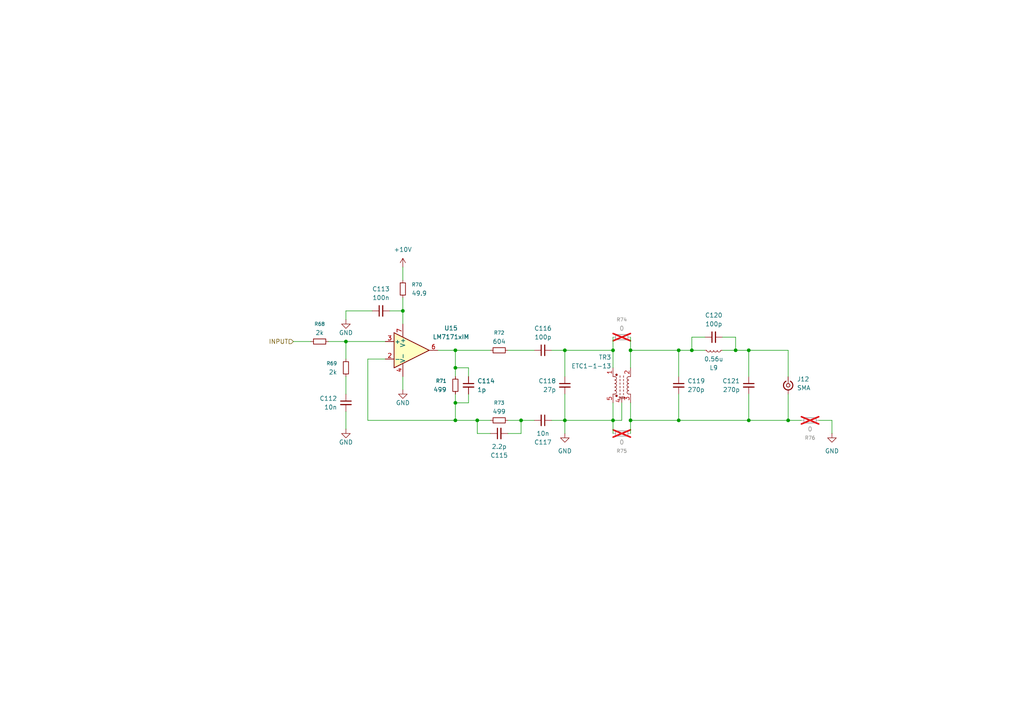
<source format=kicad_sch>
(kicad_sch (version 20250114) (generator "eeschema") (generator_version "9.0")
  (paper "A4")
  (lib_symbols
    (symbol "Amplifier_Operational:LM7171xIM" (pin_names (offset 0.127))
      (property "Reference" "U" (at 0 6.35 0))
      (property "Value" "LM7171xIM" (at 0 3.81 0))
      (symbol "LM7171xIM_1_1"
        (polyline (pts (xy -5.08 5.08) (xy 5.08 0) (xy -5.08 -5.08) (xy -5.08 5.08)) (stroke (width 0.254)) (fill (type background)))
        (pin input line (at -7.62 2.54 0) (length 2.54) (name "+") (number "3"))
        (pin input line (at -7.62 -2.54 0) (length 2.54) (name "-") (number "2"))
        (pin power_in line (at -2.54 7.62 270) (length 3.81) (name "V+") (number "7"))
        (pin power_in line (at -2.54 -7.62 90) (length 3.81) (name "V-") (number "4"))
        (pin no_connect line (at 0 2.54 270) (length 5.08) (hide yes) (name "NC") (number "1"))
        (pin no_connect line (at 0 -2.54 90) (length 5.08) (hide yes) (name "NC") (number "5"))
        (pin no_connect line (at 2.54 -1.27 90) (length 6.35) (hide yes) (name "NC") (number "8"))
        (pin output line (at 7.62 0 180) (length 2.54) (name "~") (number "6"))
      )
    )
    (symbol "Connector:Conn_Coaxial_Small" (pin_numbers (hide yes)) (pin_names (offset 1.016) (hide yes))
      (property "Reference" "J" (at 0.254 3.048 0))
      (property "Value" "Conn_Coaxial_Small" (at 0 -3.81 0))
      (symbol "Conn_Coaxial_Small_0_1"
        (polyline (pts (xy -2.54 0) (xy -0.508 0)))
        (circle (center 0 0) (radius 0.508) (stroke (width 0.2032)))
      )
      (symbol "Conn_Coaxial_Small_1_1"
        (arc (start 1.3484 0.0039) (mid 0.327 -1.308) (end -1.1916 -0.6311) (stroke (width 0.3048)))
        (arc (start -1.1916 0.6311) (mid 0.327 1.3081) (end 1.3484 -0.0039) (stroke (width 0.3048)))
        (pin passive line (at -2.54 0 0) (length 1.27) (name "In") (number "1"))
        (pin passive line (at 2.54 0 180) (length 1.27) (name "Ext") (number "2"))
      )
    )
    (symbol "Device:C_Small" (pin_numbers (hide yes)) (pin_names (offset 0.254) (hide yes))
      (property "Reference" "C" (at 0.254 1.778 0))
      (property "Value" "C_Small" (at 0.254 -2.032 0))
      (symbol "C_Small_0_1"
        (polyline (pts (xy -1.524 0.508) (xy 1.524 0.508)) (stroke (width 0.3048)))
        (polyline (pts (xy -1.524 -0.508) (xy 1.524 -0.508)) (stroke (width 0.3302)))
      )
      (symbol "C_Small_1_1"
        (pin passive line (at 0 2.54 270) (length 2.032) (name "~") (number "1"))
        (pin passive line (at 0 -2.54 90) (length 2.032) (name "~") (number "2"))
      )
    )
    (symbol "Device:L_Small" (pin_numbers (hide yes)) (pin_names (offset 0.254) (hide yes))
      (property "Reference" "L" (at 0.762 1.016 0))
      (property "Value" "L_Small" (at 0.762 -1.016 0))
      (symbol "L_Small_0_1"
        (arc (start 0 2.032) (mid 0.5058 1.524) (end 0 1.016))
        (arc (start 0 1.016) (mid 0.5058 0.508) (end 0 0))
        (arc (start 0 0) (mid 0.5058 -0.508) (end 0 -1.016))
        (arc (start 0 -1.016) (mid 0.5058 -1.524) (end 0 -2.032))
      )
      (symbol "L_Small_1_1"
        (pin passive line (at 0 2.54 270) (length 0.508) (name "~") (number "1"))
        (pin passive line (at 0 -2.54 90) (length 0.508) (name "~") (number "2"))
      )
    )
    (symbol "Device:R_Small" (pin_numbers (hide yes)) (pin_names (offset 0.254) (hide yes))
      (property "Reference" "R" (at 0 0 90))
      (property "Value" "R_Small" (at 1.778 0 90))
      (symbol "R_Small_0_1"
        (rectangle (start -0.762 1.778) (end 0.762 -1.778) (stroke (width 0.2032)))
      )
      (symbol "R_Small_1_1"
        (pin passive line (at 0 2.54 270) (length 0.762) (name "~") (number "1"))
        (pin passive line (at 0 -2.54 90) (length 0.762) (name "~") (number "2"))
      )
    )
    (symbol "Transformer:ETC1-1-13" (pin_names (hide yes))
      (property "Reference" "TR" (at 0 3.81 0))
      (property "Value" "ETC1-1-13" (at 0 -3.81 0))
      (symbol "ETC1-1-13_0_0"
        (polyline (pts (xy 3.81 0.762) (xy 3.81 -0.762)))
        (text "Mounting" (at 3.429 0 900) (effects (font (size 0.254 0.254) (bold yes))))
      )
      (symbol "ETC1-1-13_1_1"
        (circle (center -3.048 1.524) (radius 0.254) (fill (type outline)))
        (polyline (pts (xy -2.794 0.508) (xy -2.286 0.508)))
        (polyline (pts (xy -2.794 -0.508) (xy -2.286 -0.508)))
        (polyline (pts (xy -2.54 2.032) (xy -2.54 2.54)))
        (polyline (pts (xy -2.54 -2.032) (xy -2.54 -2.54)))
        (arc (start -1.524 2.032) (mid -2.032 1.5262) (end -2.54 2.032))
        (arc (start -2.54 -2.032) (mid -2.032 -1.5262) (end -1.524 -2.032))
        (polyline (pts (xy -1.778 0.508) (xy -1.27 0.508)))
        (polyline (pts (xy -1.778 -0.508) (xy -1.27 -0.508)))
        (arc (start -0.508 2.032) (mid -1.016 1.5262) (end -1.524 2.032))
        (arc (start -1.524 -2.032) (mid -1.016 -1.5262) (end -0.508 -2.032))
        (polyline (pts (xy -0.762 0.508) (xy -0.254 0.508)))
        (polyline (pts (xy -0.762 -0.508) (xy -0.254 -0.508)))
        (arc (start 0.508 2.032) (mid 0 1.5262) (end -0.508 2.032))
        (arc (start -0.508 -2.032) (mid 0 -1.5262) (end 0.508 -2.032))
        (polyline (pts (xy 0.254 0.508) (xy 0.762 0.508)))
        (polyline (pts (xy 0.254 -0.508) (xy 0.762 -0.508)))
        (arc (start 1.524 2.032) (mid 1.016 1.5262) (end 0.508 2.032))
        (arc (start 0.508 -2.032) (mid 1.016 -1.5262) (end 1.524 -2.032))
        (polyline (pts (xy 1.27 0.508) (xy 1.778 0.508)))
        (polyline (pts (xy 1.27 -0.508) (xy 1.778 -0.508)))
        (arc (start 2.54 2.032) (mid 2.032 1.5262) (end 1.524 2.032))
        (arc (start 1.524 -2.032) (mid 2.032 -1.5262) (end 2.54 -2.032))
        (polyline (pts (xy 2.286 0.508) (xy 2.794 0.508)))
        (polyline (pts (xy 2.286 -0.508) (xy 2.794 -0.508)))
        (polyline (pts (xy 2.54 2.54) (xy 2.54 2.032)))
        (polyline (pts (xy 2.54 -2.032) (xy 2.54 -2.54)))
        (circle (center 3.048 1.524) (radius 0.254) (fill (type outline)))
        (pin passive line (at -5.08 2.54 0) (length 2.54) (name "~") (number "1"))
        (pin passive line (at -5.08 -2.54 0) (length 2.54) (name "~") (number "2"))
        (pin passive line (at 5.08 2.54 180) (length 2.54) (name "~") (number "5"))
        (pin passive line (at 5.08 0 180) (length 1.27) (name "MP") (number "4"))
        (pin passive line (at 5.08 -2.54 180) (length 2.54) (name "~") (number "3"))
      )
    )
    (symbol "power:+10V" (power) (pin_numbers (hide yes)) (pin_names (offset 0) (hide yes))
      (property "Value" "+10V" (at 0 3.556 0))
      (symbol "+10V_0_1"
        (polyline (pts (xy -0.762 1.27) (xy 0 2.54)))
        (polyline (pts (xy 0 2.54) (xy 0.762 1.27)))
        (polyline (pts (xy 0 0) (xy 0 2.54)))
      )
      (symbol "+10V_1_1"
        (pin power_in line (at 0 0 90) (length 0) (name "~") (number "1"))
      )
    )
    (symbol "power:GND" (power) (pin_numbers (hide yes)) (pin_names (offset 0) (hide yes))
      (property "Value" "GND" (at 0 -3.81 0))
      (symbol "GND_0_1"
        (polyline (pts (xy 0 0) (xy 0 -1.27) (xy 1.27 -1.27) (xy 0 -2.54) (xy -1.27 -1.27) (xy 0 -1.27)))
      )
      (symbol "GND_1_1"
        (pin power_in line (at 0 0 270) (length 0) (name "~") (number "1"))
      )
    )
  )
  (junction (at 217.17 101.6))
  (junction (at 100.33 99.06))
  (junction (at 138.43 121.92))
  (junction (at 132.08 121.92))
  (junction (at 182.88 121.92))
  (junction (at 217.17 121.92))
  (junction (at 132.08 106.68))
  (junction (at 132.08 101.6))
  (junction (at 200.66 101.6))
  (junction (at 163.83 121.92))
  (junction (at 177.8 121.92))
  (junction (at 228.6 121.92))
  (junction (at 151.13 121.92))
  (junction (at 177.8 101.6))
  (junction (at 196.85 121.92))
  (junction (at 163.83 101.6))
  (junction (at 132.08 116.84))
  (junction (at 213.36 101.6))
  (junction (at 196.85 101.6))
  (junction (at 182.88 101.6))
  (junction (at 116.84 90.17))
  (wire (pts (xy 177.8 101.6) (xy 177.8 106.68)))
  (wire (pts (xy 100.33 109.22) (xy 100.33 114.3)))
  (wire (pts (xy 106.68 121.92) (xy 106.68 104.14)))
  (wire (pts (xy 217.17 121.92) (xy 228.6 121.92)))
  (wire (pts (xy 196.85 121.92) (xy 217.17 121.92)))
  (wire (pts (xy 132.08 114.3) (xy 132.08 116.84)))
  (wire (pts (xy 132.08 121.92) (xy 106.68 121.92)))
  (wire (pts (xy 228.6 109.22) (xy 228.6 101.6)))
  (wire (pts (xy 163.83 101.6) (xy 163.83 109.22)))
  (wire (pts (xy 100.33 92.71) (xy 100.33 90.17)))
  (wire (pts (xy 209.55 101.6) (xy 213.36 101.6)))
  (wire (pts (xy 241.3 121.92) (xy 237.49 121.92)))
  (wire (pts (xy 127 101.6) (xy 132.08 101.6)))
  (wire (pts (xy 182.88 116.84) (xy 182.88 121.92)))
  (wire (pts (xy 196.85 101.6) (xy 200.66 101.6)))
  (wire (pts (xy 132.08 106.68) (xy 135.89 106.68)))
  (wire (pts (xy 116.84 90.17) (xy 116.84 93.98)))
  (wire (pts (xy 147.32 121.92) (xy 151.13 121.92)))
  (wire (pts (xy 147.32 125.73) (xy 151.13 125.73)))
  (wire (pts (xy 135.89 109.22) (xy 135.89 106.68)))
  (wire (pts (xy 132.08 121.92) (xy 138.43 121.92)))
  (wire (pts (xy 177.8 125.73) (xy 177.8 121.92)))
  (wire (pts (xy 151.13 121.92) (xy 154.94 121.92)))
  (wire (pts (xy 163.83 114.3) (xy 163.83 121.92)))
  (wire (pts (xy 182.88 97.79) (xy 182.88 101.6)))
  (wire (pts (xy 177.8 97.79) (xy 177.8 101.6)))
  (wire (pts (xy 160.02 121.92) (xy 163.83 121.92)))
  (wire (pts (xy 132.08 116.84) (xy 132.08 121.92)))
  (wire (pts (xy 100.33 119.38) (xy 100.33 124.46)))
  (wire (pts (xy 163.83 125.73) (xy 163.83 121.92)))
  (wire (pts (xy 85.09 99.06) (xy 90.17 99.06)))
  (wire (pts (xy 217.17 114.3) (xy 217.17 121.92)))
  (wire (pts (xy 132.08 101.6) (xy 142.24 101.6)))
  (wire (pts (xy 177.8 121.92) (xy 163.83 121.92)))
  (wire (pts (xy 177.8 116.84) (xy 177.8 121.92)))
  (wire (pts (xy 138.43 121.92) (xy 142.24 121.92)))
  (wire (pts (xy 142.24 125.73) (xy 138.43 125.73)))
  (wire (pts (xy 182.88 101.6) (xy 196.85 101.6)))
  (wire (pts (xy 228.6 114.3) (xy 228.6 121.92)))
  (wire (pts (xy 209.55 97.79) (xy 213.36 97.79)))
  (wire (pts (xy 180.34 121.92) (xy 177.8 121.92)))
  (wire (pts (xy 180.34 116.84) (xy 180.34 121.92)))
  (wire (pts (xy 228.6 121.92) (xy 232.41 121.92)))
  (wire (pts (xy 213.36 97.79) (xy 213.36 101.6)))
  (wire (pts (xy 196.85 114.3) (xy 196.85 121.92)))
  (wire (pts (xy 116.84 77.47) (xy 116.84 81.28)))
  (wire (pts (xy 213.36 101.6) (xy 217.17 101.6)))
  (wire (pts (xy 113.03 90.17) (xy 116.84 90.17)))
  (wire (pts (xy 116.84 86.36) (xy 116.84 90.17)))
  (wire (pts (xy 182.88 125.73) (xy 182.88 121.92)))
  (wire (pts (xy 228.6 101.6) (xy 217.17 101.6)))
  (wire (pts (xy 147.32 101.6) (xy 154.94 101.6)))
  (wire (pts (xy 200.66 101.6) (xy 200.66 97.79)))
  (wire (pts (xy 132.08 106.68) (xy 132.08 109.22)))
  (wire (pts (xy 100.33 104.14) (xy 100.33 99.06)))
  (wire (pts (xy 200.66 97.79) (xy 204.47 97.79)))
  (wire (pts (xy 160.02 101.6) (xy 163.83 101.6)))
  (wire (pts (xy 217.17 101.6) (xy 217.17 109.22)))
  (wire (pts (xy 138.43 125.73) (xy 138.43 121.92)))
  (wire (pts (xy 182.88 106.68) (xy 182.88 101.6)))
  (wire (pts (xy 151.13 125.73) (xy 151.13 121.92)))
  (wire (pts (xy 95.25 99.06) (xy 100.33 99.06)))
  (wire (pts (xy 106.68 104.14) (xy 111.76 104.14)))
  (wire (pts (xy 100.33 99.06) (xy 111.76 99.06)))
  (wire (pts (xy 200.66 101.6) (xy 204.47 101.6)))
  (wire (pts (xy 132.08 101.6) (xy 132.08 106.68)))
  (wire (pts (xy 135.89 114.3) (xy 135.89 116.84)))
  (wire (pts (xy 177.8 101.6) (xy 163.83 101.6)))
  (wire (pts (xy 241.3 125.73) (xy 241.3 121.92)))
  (wire (pts (xy 116.84 109.22) (xy 116.84 113.03)))
  (wire (pts (xy 100.33 90.17) (xy 107.95 90.17)))
  (wire (pts (xy 135.89 116.84) (xy 132.08 116.84)))
  (wire (pts (xy 196.85 101.6) (xy 196.85 109.22)))
  (wire (pts (xy 182.88 121.92) (xy 196.85 121.92)))
  (hierarchical_label "INPUT" (shape input) (at 85.09 99.06 180))
  (symbol (lib_id "power:GND") (at 116.84 113.03 0) (unit 1)
    (property "Reference" "#PWR" (effects (hide yes)))
    (property "Value" "GND" (at 116.84 116.84 0))
    (property "Description" "Power symbol creates a global label with name \"GND\" , ground" (effects (hide yes)))
    (instances (project "huskypointofload" (path "" (reference "#PWR0120") (unit 1)) (path "" (reference "#PWR0126") (unit 1)) (path "" (reference "#PWR0114") (unit 1))))
  )
  (symbol (lib_id "power:+10V") (at 116.84 77.47 0) (unit 1)
    (property "Reference" "#PWR" (effects (hide yes)))
    (property "Value" "+10V" (at 116.84 72.39 0))
    (property "Description" "Power symbol creates a global label with name \"+10V\"" (effects (hide yes)))
    (instances (project "huskypointofload" (path "" (reference "#PWR0119") (unit 1)) (path "" (reference "#PWR0125") (unit 1)) (path "" (reference "#PWR0113") (unit 1))))
  )
  (symbol (lib_id "Transformer:ETC1-1-13") (at 180.34 111.76 90) (mirror x) (unit 1)
    (property "Reference" "TR" (at 177.292 103.632 90) (effects (justify left)))
    (property "Value" "ETC1-1-13" (at 177.292 106.172 90) (effects (justify left)))
    (property "Footprint" "Transformer_SMD:Transformer_MACOM_SM-22" (effects (hide yes)))
    (property "Datasheet" "https://cdn.macom.com/datasheets/ETC1-1-13.pdf" (effects (hide yes)))
    (property "Description" "4.5-4000MHz 1:1 RF Transformer, Balanced Transmission Line, SM-22" (effects (hide yes)))
    (instances (project "huskypointofload" (path "" (reference "TR3") (unit 1)) (path "" (reference "TR4") (unit 1)) (path "" (reference "TR2") (unit 1))))
  )
  (symbol (lib_id "Device:C_Small") (at 157.48 101.6 90) (unit 1)
    (property "Reference" "C90" (at 157.4863 95.25 90))
    (property "Value" "100p" (at 157.4863 97.79 90))
    (property "Description" "Unpolarized capacitor, small symbol" (effects (hide yes)))
    (instances (project "huskypointofload" (path "" (reference "C116") (unit 1)) (path "" (reference "C126") (unit 1)) (path "" (reference "C90") (unit 1)) (path "" (reference "C106") (unit 1))))
  )
  (symbol (lib_id "Device:L_Small") (at 207.01 101.6 90) (mirror x) (unit 1)
    (property "Reference" "L" (at 207.01 106.68 90))
    (property "Value" "0.56u" (at 207.01 104.14 90))
    (property "Description" "Inductor, small symbol" (effects (hide yes)))
    (instances (project "huskypointofload" (path "" (reference "L9") (unit 1)) (path "" (reference "L10") (unit 1)) (path "" (reference "L7") (unit 1))))
  )
  (symbol (lib_id "power:GND") (at 100.33 124.46 0) (unit 1)
    (property "Reference" "#PWR0101" (effects (hide yes)))
    (property "Value" "GND" (at 100.33 128.27 0))
    (property "Description" "Power symbol creates a global label with name \"GND\" , ground" (effects (hide yes)))
    (instances (project "huskypointofload" (path "" (reference "#PWR0118") (unit 1)) (path "" (reference "#PWR0124") (unit 1)) (path "" (reference "#PWR0101") (unit 1)) (path "" (reference "#PWR0112") (unit 1))))
  )
  (symbol (lib_id "Device:C_Small") (at 135.89 111.76 0) (unit 1)
    (property "Reference" "C95" (at 138.43 110.4962 0) (effects (justify left)))
    (property "Value" "1p" (at 138.43 113.0362 0) (effects (justify left)))
    (property "Description" "Unpolarized capacitor, small symbol" (effects (hide yes)))
    (instances (project "huskypointofload" (path "" (reference "C114") (unit 1)) (path "" (reference "C124") (unit 1)) (path "" (reference "C95") (unit 1)) (path "" (reference "C104") (unit 1))))
  )
  (symbol (lib_id "Device:R_Small") (at 100.33 106.68 0) (unit 1)
    (property "Reference" "R47" (at 97.79 105.4099 0) (effects (font (size 1.016 1.016)) (justify right)))
    (property "Value" "2k" (at 97.79 107.9499 0) (effects (justify right)))
    (property "Description" "Resistor, small symbol" (effects (hide yes)))
    (instances (project "huskypointofload" (path "" (reference "R69") (unit 1)) (path "" (reference "R78") (unit 1)) (path "" (reference "R47") (unit 1)) (path "" (reference "R60") (unit 1))))
  )
  (symbol (lib_id "Device:C_Small") (at 144.78 125.73 90) (mirror x) (unit 1)
    (property "Reference" "C94" (at 144.7863 132.08 90))
    (property "Value" "2.2p" (at 144.7863 129.54 90))
    (property "Description" "Unpolarized capacitor, small symbol" (effects (hide yes)))
    (instances (project "huskypointofload" (path "" (reference "C115") (unit 1)) (path "" (reference "C125") (unit 1)) (path "" (reference "C94") (unit 1)) (path "" (reference "C105") (unit 1))))
  )
  (symbol (lib_id "Device:R_Small") (at 92.71 99.06 90) (unit 1)
    (property "Reference" "R48" (at 92.71 93.98 90) (effects (font (size 1.016 1.016))))
    (property "Value" "2k" (at 92.71 96.52 90))
    (property "Description" "Resistor, small symbol" (effects (hide yes)))
    (instances (project "huskypointofload" (path "" (reference "R68") (unit 1)) (path "" (reference "R77") (unit 1)) (path "" (reference "R48") (unit 1)) (path "" (reference "R59") (unit 1))))
  )
  (symbol (lib_id "power:GND") (at 100.33 92.71 0) (unit 1)
    (property "Reference" "#PWR0102" (effects (hide yes)))
    (property "Value" "GND" (at 100.33 96.52 0))
    (property "Description" "Power symbol creates a global label with name \"GND\" , ground" (effects (hide yes)))
    (instances (project "huskypointofload" (path "" (reference "#PWR0117") (unit 1)) (path "" (reference "#PWR0123") (unit 1)) (path "" (reference "#PWR0102") (unit 1)) (path "" (reference "#PWR0111") (unit 1))))
  )
  (symbol (lib_id "Device:C_Small") (at 196.85 111.76 0) (unit 1)
    (property "Reference" "C" (at 199.39 110.4962 0) (effects (justify left)))
    (property "Value" "270p" (at 199.39 113.0362 0) (effects (justify left)))
    (property "Description" "Unpolarized capacitor, small symbol" (effects (hide yes)))
    (instances (project "huskypointofload" (path "" (reference "C119") (unit 1)) (path "" (reference "C129") (unit 1)) (path "" (reference "C109") (unit 1))))
  )
  (symbol (lib_id "Amplifier_Operational:LM7171xIM") (at 119.38 101.6 0) (unit 1)
    (property "Reference" "U" (at 130.81 95.1798 0))
    (property "Value" "LM7171xIM" (at 130.81 97.7198 0))
    (property "Footprint" "Package_SO:SOIC-8_3.9x4.9mm_P1.27mm" (effects (hide yes)))
    (property "Datasheet" "https://www.ti.com/lit/ds/symlink/lm7171.pdf" (effects (hide yes)))
    (property "Description" "Single Very High Speed High Output Current Voltage Feedback Amplifier, SOIC-8" (effects (hide yes)))
    (instances (project "huskypointofload" (path "" (reference "U15") (unit 1)) (path "" (reference "U16") (unit 1)) (path "" (reference "U14") (unit 1))))
  )
  (symbol (lib_id "Device:C_Small") (at 110.49 90.17 90) (unit 1)
    (property "Reference" "C97" (at 110.4963 83.82 90))
    (property "Value" "100n" (at 110.4963 86.36 90))
    (property "Description" "Unpolarized capacitor, small symbol" (effects (hide yes)))
    (instances (project "huskypointofload" (path "" (reference "C113") (unit 1)) (path "" (reference "C123") (unit 1)) (path "" (reference "C97") (unit 1)) (path "" (reference "C103") (unit 1))))
  )
  (symbol (lib_id "Device:R_Small") (at 180.34 97.79 90) (unit 1) (dnp yes)
    (property "Reference" "R50" (at 180.34 92.71 90) (effects (font (size 1.016 1.016))))
    (property "Value" "0" (at 180.34 95.25 90))
    (property "Description" "Resistor, small symbol" (effects (hide yes)))
    (instances (project "huskypointofload" (path "" (reference "R74") (unit 1)) (path "" (reference "R83") (unit 1)) (path "" (reference "R50") (unit 1)) (path "" (reference "R65") (unit 1))))
  )
  (symbol (lib_id "Device:R_Small") (at 180.34 125.73 90) (mirror x) (unit 1) (dnp yes)
    (property "Reference" "R51" (at 180.34 130.81 90) (effects (font (size 1.016 1.016))))
    (property "Value" "0" (at 180.34 128.27 90))
    (property "Description" "Resistor, small symbol" (effects (hide yes)))
    (instances (project "huskypointofload" (path "" (reference "R75") (unit 1)) (path "" (reference "R84") (unit 1)) (path "" (reference "R51") (unit 1)) (path "" (reference "R66") (unit 1))))
  )
  (symbol (lib_id "power:GND") (at 241.3 125.73 0) (unit 1)
    (property "Reference" "#PWR" (effects (hide yes)))
    (property "Value" "GND" (at 241.3 130.81 0))
    (property "Description" "Power symbol creates a global label with name \"GND\" , ground" (effects (hide yes)))
    (instances (project "huskypointofload" (path "" (reference "#PWR0122") (unit 1)) (path "" (reference "#PWR0128") (unit 1)) (path "" (reference "#PWR0116") (unit 1))))
  )
  (symbol (lib_id "Device:R_Small") (at 144.78 121.92 90) (unit 1)
    (property "Reference" "R46" (at 144.78 116.84 90) (effects (font (size 1.016 1.016))))
    (property "Value" "499" (at 144.78 119.38 90))
    (property "Description" "Resistor, small symbol" (effects (hide yes)))
    (instances (project "huskypointofload" (path "" (reference "R73") (unit 1)) (path "" (reference "R82") (unit 1)) (path "" (reference "R46") (unit 1)) (path "" (reference "R64") (unit 1))))
  )
  (symbol (lib_id "Device:R_Small") (at 234.95 121.92 90) (mirror x) (unit 1) (dnp yes)
    (property "Reference" "R" (at 234.95 127 90) (effects (font (size 1.016 1.016))))
    (property "Value" "0" (at 234.95 124.46 90))
    (property "Description" "Resistor, small symbol" (effects (hide yes)))
    (instances (project "huskypointofload" (path "" (reference "R76") (unit 1)) (path "" (reference "R85") (unit 1)) (path "" (reference "R67") (unit 1))))
  )
  (symbol (lib_id "Device:C_Small") (at 217.17 111.76 0) (mirror y) (unit 1)
    (property "Reference" "C92" (at 214.63 110.4962 0) (effects (justify left)))
    (property "Value" "270p" (at 214.63 113.0362 0) (effects (justify left)))
    (property "Description" "Unpolarized capacitor, small symbol" (effects (hide yes)))
    (instances (project "huskypointofload" (path "" (reference "C121") (unit 1)) (path "" (reference "C131") (unit 1)) (path "" (reference "C92") (unit 1)) (path "" (reference "C111") (unit 1))))
  )
  (symbol (lib_id "Device:C_Small") (at 163.83 111.76 0) (unit 1)
    (property "Reference" "C87" (at 161.29 110.4962 0) (effects (justify right)))
    (property "Value" "27p" (at 161.29 113.0362 0) (effects (justify right)))
    (property "Description" "Unpolarized capacitor, small symbol" (effects (hide yes)))
    (instances (project "huskypointofload" (path "" (reference "C118") (unit 1)) (path "" (reference "C128") (unit 1)) (path "" (reference "C87") (unit 1)) (path "" (reference "C108") (unit 1))))
  )
  (symbol (lib_id "Device:C_Small") (at 207.01 97.79 90) (unit 1)
    (property "Reference" "C" (at 207.0163 91.44 90))
    (property "Value" "100p" (at 207.0163 93.98 90))
    (property "Description" "Unpolarized capacitor, small symbol" (effects (hide yes)))
    (instances (project "huskypointofload" (path "" (reference "C120") (unit 1)) (path "" (reference "C130") (unit 1)) (path "" (reference "C110") (unit 1))))
  )
  (symbol (lib_id "Device:C_Small") (at 100.33 116.84 0) (mirror y) (unit 1)
    (property "Reference" "C96" (at 97.79 115.5762 0) (effects (justify left)))
    (property "Value" "10n" (at 97.79 118.1162 0) (effects (justify left)))
    (property "Description" "Unpolarized capacitor, small symbol" (effects (hide yes)))
    (instances (project "huskypointofload" (path "" (reference "C112") (unit 1)) (path "" (reference "C122") (unit 1)) (path "" (reference "C96") (unit 1)) (path "" (reference "C102") (unit 1))))
  )
  (symbol (lib_id "Device:R_Small") (at 144.78 101.6 90) (unit 1)
    (property "Reference" "R54" (at 144.78 96.52 90) (effects (font (size 1.016 1.016))))
    (property "Value" "604" (at 144.78 99.06 90))
    (property "Description" "Resistor, small symbol" (effects (hide yes)))
    (instances (project "huskypointofload" (path "" (reference "R72") (unit 1)) (path "" (reference "R81") (unit 1)) (path "" (reference "R54") (unit 1)) (path "" (reference "R63") (unit 1))))
  )
  (symbol (lib_id "Device:R_Small") (at 116.84 83.82 0) (unit 1)
    (property "Reference" "R53" (at 119.38 82.5499 0) (effects (font (size 1.016 1.016)) (justify left)))
    (property "Value" "49.9" (at 119.38 85.0899 0) (effects (justify left)))
    (property "Description" "Resistor, small symbol" (effects (hide yes)))
    (instances (project "huskypointofload" (path "" (reference "R70") (unit 1)) (path "" (reference "R79") (unit 1)) (path "" (reference "R53") (unit 1)) (path "" (reference "R61") (unit 1))))
  )
  (symbol (lib_id "power:GND") (at 163.83 125.73 0) (unit 1)
    (property "Reference" "#PWR0105" (effects (hide yes)))
    (property "Value" "GND" (at 163.83 130.81 0))
    (property "Description" "Power symbol creates a global label with name \"GND\" , ground" (effects (hide yes)))
    (instances (project "huskypointofload" (path "" (reference "#PWR0121") (unit 1)) (path "" (reference "#PWR0127") (unit 1)) (path "" (reference "#PWR0105") (unit 1)) (path "" (reference "#PWR0115") (unit 1))))
  )
  (symbol (lib_id "Device:C_Small") (at 157.48 121.92 270) (unit 1)
    (property "Reference" "C88" (at 157.4737 128.27 90))
    (property "Value" "10n" (at 157.4737 125.73 90))
    (property "Description" "Unpolarized capacitor, small symbol" (effects (hide yes)))
    (instances (project "huskypointofload" (path "" (reference "C117") (unit 1)) (path "" (reference "C127") (unit 1)) (path "" (reference "C88") (unit 1)) (path "" (reference "C107") (unit 1))))
  )
  (symbol (lib_id "Connector:Conn_Coaxial_Small") (at 228.6 111.76 270) (unit 1)
    (property "Reference" "J" (at 231.14 109.9703 90) (effects (justify left)))
    (property "Value" "SMA" (at 231.14 112.5103 90) (effects (justify left)))
    (property "Description" "small coaxial connector (BNC, SMA, SMB, SMC, Cinch/RCA, LEMO, ...)" (effects (hide yes)))
    (instances (project "huskypointofload" (path "" (reference "J12") (unit 1)) (path "" (reference "J13") (unit 1)) (path "" (reference "J11") (unit 1))))
  )
  (symbol (lib_id "Device:R_Small") (at 132.08 111.76 0) (unit 1)
    (property "Reference" "R" (at 129.54 110.4899 0) (effects (font (size 1.016 1.016)) (justify right)))
    (property "Value" "499" (at 129.54 113.0299 0) (effects (justify right)))
    (property "Description" "Resistor, small symbol" (effects (hide yes)))
    (instances (project "huskypointofload" (path "" (reference "R71") (unit 1)) (path "" (reference "R80") (unit 1)) (path "" (reference "R62") (unit 1))))
  )
)
</source>
